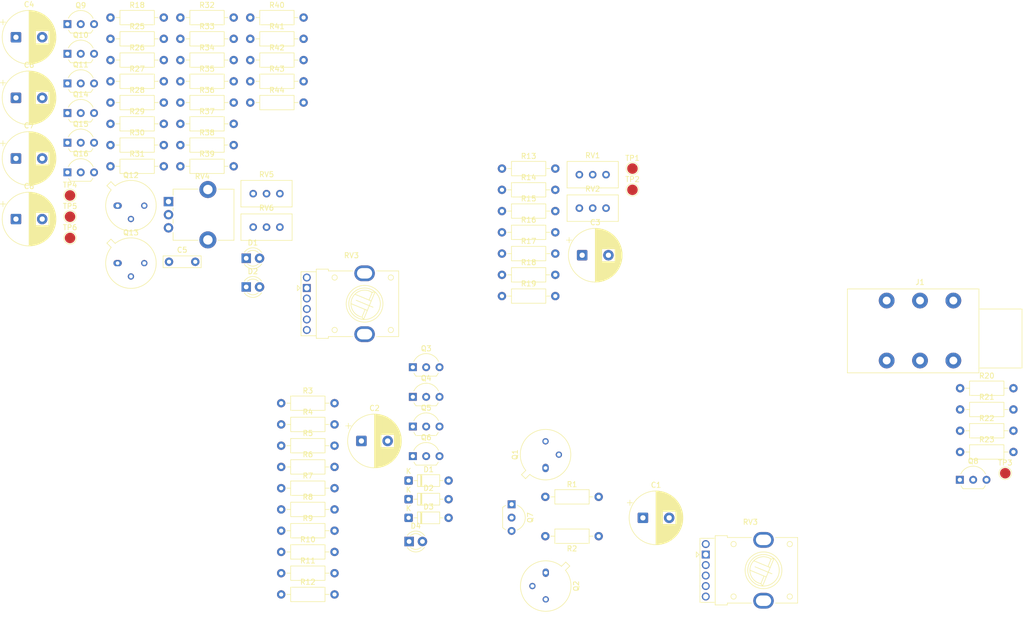
<source format=kicad_pcb>
(kicad_pcb (version 20241229) (generator "pcbnew") (generator_version "9.0")
  (layers (0 "F.Cu" signal) (2 "B.Cu" signal) (13 "F.Paste" user) (15 "B.Paste" user) (5 "F.SilkS" user "F.Silkscreen") (7 "B.SilkS" user "B.Silkscreen") (1 "F.Mask" user) (3 "B.Mask" user) (25 "Edge.Cuts" user))
  (net 0 "")
  (net 1 "out_L")
  (net 2 "Net-(C1-Pad1)")
  (net 3 "Net-(Q4-C)")
  (net 4 "GND")
  (net 5 "Net-(D1-K)")
  (net 6 "Net-(D1-A)")
  (net 7 "Net-(D2-K)")
  (net 8 "Net-(D3-K)")
  (net 9 "+12V")
  (net 10 "Net-(D4-K)")
  (net 11 "Net-(Q1-E)")
  (net 12 "Net-(Q1-C)")
  (net 13 "Net-(Q2-E)")
  (net 14 "Net-(Q2-C)")
  (net 15 "Net-(Q3-B)")
  (net 16 "Net-(Q3-C)")
  (net 17 "Net-(Q5-E)")
  (net 18 "Net-(Q5-B)")
  (net 19 "Net-(Q6-E)")
  (net 20 "Net-(Q6-C)")
  (net 21 "Net-(Q6-B)")
  (net 22 "Net-(Q8-C)")
  (net 23 "Net-(Q1-B)")
  (net 24 "Net-(Q2-B)")
  (net 25 "Net-(Q7-B)")
  (net 26 "Net-(R14-Pad2)")
  (net 27 "Net-(R15-Pad1)")
  (net 28 "Net-(R16-Pad1)")
  (net 29 "Net-(R17-Pad1)")
  (net 30 "Net-(R17-Pad2)")
  (net 33 "Net-(C6-Pad1)")
  (net 34 "Net-(Q8-B)")
  (net 35 "Net-(Q8-E)")
  (net 36 "Net-(Q11-B)")
  (net 43 "out_R")
  (net 44 "Net-(C7-Pad1)")
  (net 45 "Net-(Q15-C)")
  (net 47 "Net-(Q9-E)")
  (net 48 "Net-(Q9-C)")
  (net 49 "Net-(Q10-E)")
  (net 50 "Net-(Q10-B)")
  (net 51 "Net-(Q10-C)")
  (net 52 "Net-(Q11-E)")
  (net 53 "Net-(Q12-E)")
  (net 54 "Net-(Q12-C)")
  (net 55 "Net-(Q13-C)")
  (net 56 "Net-(Q13-E)")
  (net 57 "Net-(Q14-B)")
  (net 58 "Net-(Q14-C)")
  (net 59 "Net-(Q16-E)")
  (net 60 "Net-(Q16-B)")
  (net 61 "Net-(Q16-C)")
  (net 62 "Net-(R21-Pad2)")
  (net 63 "Net-(R26-Pad1)")
  (net 64 "Net-(R27-Pad2)")
  (net 65 "Net-(R28-Pad1)")
  (net 66 "Net-(R29-Pad2)")
  (net 67 "Net-(R30-Pad1)")
  (footprint "Resistor_THT:R_Axial_DIN0207_L6.3mm_D2.5mm_P10.16mm_Horizontal" (layer "F.Cu") (at 48.92 22.71)
    (property "Reference" "R33" (at 5.08 -2.37 0) (layer "F.SilkS"))
    (property "Value" "10")
    (pad "1" thru_hole circle (at 0 0) (size 1.6 1.6) (drill 0.8) (layers "*.Cu" "*.Mask") (net 9 "+12V"))
    (pad "2" thru_hole circle (at 10.16 0) (size 1.6 1.6) (drill 0.8) (layers "*.Cu" "*.Mask") (net 54 "Net-(Q12-C)"))
  )
  (footprint "Resistor_THT:R_Axial_DIN0207_L6.3mm_D2.5mm_P10.16mm_Horizontal" (layer "F.Cu") (at 197.4 93.35)
    (property "Reference" "R21" (at 5.08 -2.37 0) (layer "F.SilkS"))
    (property "Value" "100")
    (pad "1" thru_hole circle (at 0 0) (size 1.6 1.6) (drill 0.8) (layers "*.Cu" "*.Mask") (net 22 "Net-(Q8-C)"))
    (pad "2" thru_hole circle (at 10.16 0) (size 1.6 1.6) (drill 0.8) (layers "*.Cu" "*.Mask") (net 62 "Net-(R21-Pad2)"))
  )
  (footprint "Resistor_THT:R_Axial_DIN0207_L6.3mm_D2.5mm_P10.16mm_Horizontal" (layer "F.Cu") (at 68.12 100.25)
    (property "Reference" "R5" (at 5.08 -2.37 0) (layer "F.SilkS"))
    (property "Value" "2.2k")
    (pad "1" thru_hole circle (at 0 0) (size 1.6 1.6) (drill 0.8) (layers "*.Cu" "*.Mask") (net 9 "+12V"))
    (pad "2" thru_hole circle (at 10.16 0) (size 1.6 1.6) (drill 0.8) (layers "*.Cu" "*.Mask") (net 23 "Net-(Q1-B)"))
  )
  (footprint "Package_TO_SOT_THT:TO-92L_Inline_Wide" (layer "F.Cu") (at 112 111.42 -90)
    (property "Reference" "Q7" (at 2.54 -3.56 90) (layer "F.SilkS"))
    (property "Value" "BC548")
    (pad "1" thru_hole rect (at 0 0 270) (size 1.5 1.5) (drill 0.8) (layers "*.Cu" "*.Mask") (net 23 "Net-(Q1-B)"))
    (pad "2" thru_hole circle (at 2.54 0 270) (size 1.5 1.5) (drill 0.8) (layers "*.Cu" "*.Mask") (net 25 "Net-(Q7-B)"))
    (pad "3" thru_hole circle (at 5.08 0 270) (size 1.5 1.5) (drill 0.8) (layers "*.Cu" "*.Mask") (net 24 "Net-(Q2-B)"))
  )
  (footprint "Resistor_THT:R_Axial_DIN0207_L6.3mm_D2.5mm_P10.16mm_Horizontal" (layer "F.Cu") (at 110.16 59.59)
    (property "Reference" "R16" (at 5.08 -2.37 0) (layer "F.SilkS"))
    (property "Value" "10k")
    (pad "1" thru_hole circle (at 0 0) (size 1.6 1.6) (drill 0.8) (layers "*.Cu" "*.Mask") (net 28 "Net-(R16-Pad1)"))
    (pad "2" thru_hole circle (at 10.16 0) (size 1.6 1.6) (drill 0.8) (layers "*.Cu" "*.Mask") (net 4 "GND"))
  )
  (footprint "Package_TO_SOT_THT:TO-92L_Inline_Wide" (layer "F.Cu") (at 93.19 85.3)
    (property "Reference" "Q3" (at 2.54 -3.56 0) (layer "F.SilkS"))
    (property "Value" "BC548")
    (pad "1" thru_hole rect (at 0 0) (size 1.5 1.5) (drill 0.8) (layers "*.Cu" "*.Mask") (net 16 "Net-(Q3-C)"))
    (pad "2" thru_hole circle (at 2.54 0) (size 1.5 1.5) (drill 0.8) (layers "*.Cu" "*.Mask") (net 15 "Net-(Q3-B)"))
    (pad "3" thru_hole circle (at 5.08 0) (size 1.5 1.5) (drill 0.8) (layers "*.Cu" "*.Mask") (net 4 "GND"))
  )
  (footprint "Resistor_THT:R_Axial_DIN0207_L6.3mm_D2.5mm_P10.16mm_Horizontal" (layer "F.Cu") (at 68.12 124.55)
    (property "Reference" "R11" (at 5.08 -2.37 0) (layer "F.SilkS"))
    (property "Value" "1k")
    (pad "1" thru_hole circle (at 0 0) (size 1.6 1.6) (drill 0.8) (layers "*.Cu" "*.Mask") (net 19 "Net-(Q6-E)"))
    (pad "2" thru_hole circle (at 10.16 0) (size 1.6 1.6) (drill 0.8) (layers "*.Cu" "*.Mask") (net 4 "GND"))
  )
  (footprint "ProjectLib_Transient:Potentiometer_Bourns_PTV112-4_Dual_Vertical" (layer "F.Cu") (at 73 70.2)
    (property "Reference" "RV3" (at 8.5 -6.2 0) (layer "F.SilkS"))
    (property "Value" "68k")
    (pad "1" thru_hole rect (at 0 0 270) (size 1.5 1.5) (drill 1) (layers "*.Cu" "*.Mask"))
    (pad "2" thru_hole circle (at 0 -2 270) (size 1.5 1.5) (drill 1) (layers "*.Cu" "*.Mask"))
    (pad "3" thru_hole circle (at 0 8 270) (size 1.5 1.5) (drill 1) (layers "*.Cu" "*.Mask") (net 4 "GND"))
    (pad "4" thru_hole circle (at 0 2 270) (size 1.5 1.5) (drill 1) (layers "*.Cu" "*.Mask") (net 4 "GND"))
    (pad "5" thru_hole circle (at 0 4 270) (size 1.5 1.5) (drill 1) (layers "*.Cu" "*.Mask"))
    (pad "6" thru_hole circle (at 0 6 270) (size 1.5 1.5) (drill 1) (layers "*.Cu" "*.Mask"))
    (pad "SH1" thru_hole oval (at 11 -2.8 270) (size 3 3.9) (drill oval 2 2.9) (layers "*.Cu" "*.Mask") (net 4 "GND"))
    (pad "SH2" thru_hole oval (at 11 8.8 270) (size 3 3.9) (drill oval 2 2.9) (layers "*.Cu" "*.Mask") (net 4 "GND"))
  )
  (footprint "Resistor_THT:R_Axial_DIN0207_L6.3mm_D2.5mm_P10.16mm_Horizontal" (layer "F.Cu") (at 48.92 42.96)
    (property "Reference" "R38" (at 5.08 -2.37 0) (layer "F.SilkS"))
    (property "Value" "1k")
    (pad "1" thru_hole circle (at 0 0) (size 1.6 1.6) (drill 0.8) (layers "*.Cu" "*.Mask") (net 9 "+12V"))
    (pad "2" thru_hole circle (at 10.16 0) (size 1.6 1.6) (drill 0.8) (layers "*.Cu" "*.Mask") (net 58 "Net-(Q14-C)"))
  )
  (footprint "Resistor_THT:R_Axial_DIN0207_L6.3mm_D2.5mm_P10.16mm_Horizontal" (layer "F.Cu") (at 68.12 92.15)
    (property "Reference" "R3" (at 5.08 -2.37 0) (layer "F.SilkS"))
    (property "Value" "10")
    (pad "1" thru_hole circle (at 0 0) (size 1.6 1.6) (drill 0.8) (layers "*.Cu" "*.Mask") (net 9 "+12V"))
    (pad "2" thru_hole circle (at 10.16 0) (size 1.6 1.6) (drill 0.8) (layers "*.Cu" "*.Mask") (net 12 "Net-(Q1-C)"))
  )
  (footprint "Resistor_THT:R_Axial_DIN0207_L6.3mm_D2.5mm_P10.16mm_Horizontal" (layer "F.Cu") (at 110.16 63.64)
    (property "Reference" "R17" (at 5.08 -2.37 0) (layer "F.SilkS"))
    (property "Value" "3.3k")
    (pad "1" thru_hole circle (at 0 0) (size 1.6 1.6) (drill 0.8) (layers "*.Cu" "*.Mask") (net 29 "Net-(R17-Pad1)"))
    (pad "2" thru_hole circle (at 10.16 0) (size 1.6 1.6) (drill 0.8) (layers "*.Cu" "*.Mask") (net 30 "Net-(R17-Pad2)"))
  )
  (footprint "Package_TO_SOT_THT:TO-92L_Inline_Wide" (layer "F.Cu") (at 27.41 42.51)
    (property "Reference" "Q15" (at 2.54 -3.56 0) (layer "F.SilkS"))
    (property "Value" "BC557")
    (pad "1" thru_hole rect (at 0 0) (size 1.5 1.5) (drill 0.8) (layers "*.Cu" "*.Mask") (net 45 "Net-(Q15-C)"))
    (pad "2" thru_hole circle (at 2.54 0) (size 1.5 1.5) (drill 0.8) (layers "*.Cu" "*.Mask") (net 58 "Net-(Q14-C)"))
    (pad "3" thru_hole circle (at 5.08 0) (size 1.5 1.5) (drill 0.8) (layers "*.Cu" "*.Mask") (net 9 "+12V"))
  )
  (footprint "Capacitor_THT:CP_Radial_D10.0mm_P5.00mm" (layer "F.Cu") (at 17.614646 45.51)
    (property "Reference" "C7" (at 2.5 -6.25 0) (layer "F.SilkS"))
    (property "Value" "220µ")
    (pad "1" thru_hole roundrect (at 0 0) (size 2 2) (drill 1) (layers "*.Cu" "*.Mask") (roundrect_rratio 0.125) (net 44 "Net-(C7-Pad1)"))
    (pad "2" thru_hole circle (at 5 0) (size 2 2) (drill 1) (layers "*.Cu" "*.Mask") (net 43 "out_R"))
  )
  (footprint "Package_TO_SOT_THT:TO-92L_Inline_Wide" (layer "F.Cu") (at 93.19 90.95)
    (property "Reference" "Q4" (at 2.54 -3.56 0) (layer "F.SilkS"))
    (property "Value" "BC557")
    (pad "1" thru_hole rect (at 0 0) (size 1.5 1.5) (drill 0.8) (layers "*.Cu" "*.Mask") (net 3 "Net-(Q4-C)"))
    (pad "2" thru_hole circle (at 2.54 0) (size 1.5 1.5) (drill 0.8) (layers "*.Cu" "*.Mask") (net 16 "Net-(Q3-C)"))
    (pad "3" thru_hole circle (at 5.08 0) (size 1.5 1.5) (drill 0.8) (layers "*.Cu" "*.Mask") (net 9 "+12V"))
  )
  (footprint "TestPoint:TestPoint_Pad_D2.0mm" (layer "F.Cu") (at 135.01 51.49)
    (property "Reference" "TP2" (at 0 -1.998 0) (layer "F.SilkS"))
    (property "Value" "TestPoint")
    (pad "1" smd circle (at 0 0) (size 2 2) (layers "F.Cu" "F.Mask") (net 24 "Net-(Q2-B)"))
  )
  (footprint "LED_THT:LED_D3.0mm" (layer "F.Cu") (at 61.46 64.53)
    (property "Reference" "D1" (at 1.27 -2.96 0) (layer "F.SilkS"))
    (property "Value" "Green")
    (pad "1" thru_hole rect (at 0 0) (size 1.8 1.8) (drill 0.9) (layers "*.Cu" "*.Mask") (net 4 "GND"))
    (pad "2" thru_hole circle (at 2.54 0) (size 1.8 1.8) (drill 0.9) (layers "*.Cu" "*.Mask") (net 6 "Net-(D1-A)"))
  )
  (footprint "Resistor_THT:R_Axial_DIN0207_L6.3mm_D2.5mm_P10.16mm_Horizontal" (layer "F.Cu") (at 128.58 117.5 180)
    (property "Reference" "R2" (at 5.08 -2.37 0) (layer "F.SilkS"))
    (property "Value" "4.7")
    (pad "1" thru_hole circle (at 0 0 180) (size 1.6 1.6) (drill 0.8) (layers "*.Cu" "*.Mask") (net 2 "Net-(C1-Pad1)"))
    (pad "2" thru_hole circle (at 10.16 0 180) (size 1.6 1.6) (drill 0.8) (layers "*.Cu" "*.Mask") (net 13 "Net-(Q2-E)"))
  )
  (footprint "Resistor_THT:R_Axial_DIN0207_L6.3mm_D2.5mm_P10.16mm_Horizontal" (layer "F.Cu") (at 62.23 30.81)
    (property "Reference" "R43" (at 5.08 -2.37 0) (layer "F.SilkS"))
    (property "Value" "3.3k")
    (pad "1" thru_hole circle (at 0 0) (size 1.6 1.6) (drill 0.8) (layers "*.Cu" "*.Mask") (net 43 "out_R"))
    (pad "2" thru_hole circle (at 10.16 0) (size 1.6 1.6) (drill 0.8) (layers "*.Cu" "*.Mask") (net 4 "GND"))
  )
  (footprint "Resistor_THT:R_Axial_DIN0207_L6.3mm_D2.5mm_P10.16mm_Horizontal" (layer "F.Cu") (at 110.16 55.54)
    (property "Reference" "R15" (at 5.08 -2.37 0) (layer "F.SilkS"))
    (property "Value" "680")
    (pad "1" thru_hole circle (at 0 0) (size 1.6 1.6) (drill 0.8) (layers "*.Cu" "*.Mask") (net 27 "Net-(R15-Pad1)"))
    (pad "2" thru_hole circle (at 10.16 0) (size 1.6 1.6) (drill 0.8) (layers "*.Cu" "*.Mask") (net 24 "Net-(Q2-B)"))
  )
  (footprint "LED_THT:LED_D3.0mm" (layer "F.Cu") (at 61.46 70)
    (property "Reference" "D2" (at 1.27 -2.96 0) (layer "F.SilkS"))
    (property "Value" "Red")
    (pad "1" thru_hole rect (at 0 0) (size 1.8 1.8) (drill 0.9) (layers "*.Cu" "*.Mask") (net 7 "Net-(D2-K)"))
    (pad "2" thru_hole circle (at 2.54 0) (size 1.8 1.8) (drill 0.9) (layers "*.Cu" "*.Mask") (net 9 "+12V"))
  )
  (footprint "Capacitor_THT:CP_Radial_D10.0mm_P5.00mm" (layer "F.Cu") (at 17.614646 33.96)
    (property "Reference" "C6" (at 2.5 -6.25 0) (layer "F.SilkS"))
    (property "Value" "220µ")
    (pad "1" thru_hole roundrect (at 0 0) (size 2 2) (drill 1) (layers "*.Cu" "*.Mask") (roundrect_rratio 0.125) (net 33 "Net-(C6-Pad1)"))
    (pad "2" thru_hole circle (at 5 0) (size 2 2) (drill 1) (layers "*.Cu" "*.Mask") (net 36 "Net-(Q11-B)"))
  )
  (footprint "Package_TO_SOT_THT:TO-92L_Inline_Wide" (layer "F.Cu") (at 27.41 31.21)
    (property "Reference" "Q11" (at 2.54 -3.56 0) (layer "F.SilkS"))
    (property "Value" "BC548")
    (pad "1" thru_hole rect (at 0 0) (size 1.5 1.5) (drill 0.8) (layers "*.Cu" "*.Mask") (net 49 "Net-(Q10-E)"))
    (pad "2" thru_hole circle (at 2.54 0) (size 1.5 1.5) (drill 0.8) (layers "*.Cu" "*.Mask") (net 36 "Net-(Q11-B)"))
    (pad "3" thru_hole circle (at 5.08 0) (size 1.5 1.5) (drill 0.8) (layers "*.Cu" "*.Mask") (net 52 "Net-(Q11-E)"))
  )
  (footprint "Package_TO_SOT_THT:TO-92L_Inline_Wide" (layer "F.Cu") (at 197.35 106.75)
    (property "Reference" "Q8" (at 2.54 -3.56 0) (layer "F.SilkS"))
    (property "Value" "BC557")
    (pad "1" thru_hole rect (at 0 0) (size 1.5 1.5) (drill 0.8) (layers "*.Cu" "*.Mask") (net 22 "Net-(Q8-C)"))
    (pad "2" thru_hole circle (at 2.54 0) (size 1.5 1.5) (drill 0.8) (layers "*.Cu" "*.Mask") (net 34 "Net-(Q8-B)"))
    (pad "3" thru_hole circle (at 5.08 0) (size 1.5 1.5) (drill 0.8) (layers "*.Cu" "*.Mask") (net 35 "Net-(Q8-E)"))
  )
  (footprint "Resistor_THT:R_Axial_DIN0207_L6.3mm_D2.5mm_P10.16mm_Horizontal" (layer "F.Cu") (at 118.42 110)
    (property "Reference" "R1" (at 5.08 -2.37 0) (layer "F.SilkS"))
    (property "Value" "4.7")
    (pad "1" thru_hole circle (at 0 0) (size 1.6 1.6) (drill 0.8) (layers "*.Cu" "*.Mask") (net 11 "Net-(Q1-E)"))
    (pad "2" thru_hole circle (at 10.16 0) (size 1.6 1.6) (drill 0.8) (layers "*.Cu" "*.Mask") (net 2 "Net-(C1-Pad1)"))
  )
  (footprint "Resistor_THT:R_Axial_DIN0207_L6.3mm_D2.5mm_P10.16mm_Horizontal" (layer "F.Cu") (at 35.61 18.66)
    (property "Reference" "R18" (at 5.08 -2.37 0) (layer "F.SilkS"))
    (property "Value" "470")
    (pad "1" thru_hole circle (at 0 0) (size 1.6 1.6) (drill 0.8) (layers "*.Cu" "*.Mask") (net 47 "Net-(Q9-E)"))
    (pad "2" thru_hole circle (at 10.16 0) (size 1.6 1.6) (drill 0.8) (layers "*.Cu" "*.Mask") (net 9 "+12V"))
  )
  (footprint "Resistor_THT:R_Axial_DIN0207_L6.3mm_D2.5mm_P10.16mm_Horizontal" (layer "F.Cu") (at 110.16 67.69)
    (property "Reference" "R18" (at 5.08 -2.37 0) (layer "F.SilkS"))
    (property "Value" "33k")
    (pad "1" thru_hole circle (at 0 0) (size 1.6 1.6) (drill 0.8) (layers "*.Cu" "*.Mask") (net 28 "Net-(R16-Pad1)"))
    (pad "2" thru_hole circle (at 10.16 0) (size 1.6 1.6) (drill 0.8) (layers "*.Cu" "*.Mask") (net 4 "GND"))
  )
  (footprint "Potentiometer_THT:Potentiometer_Bourns_3296W_Vertical" (layer "F.Cu") (at 129.98 48.6)
    (property "Reference" "RV1" (at -2.54 -3.66 0) (layer "F.SilkS"))
    (property "Value" "1k")
    (pad "1" thru_hole circle (at 0 0) (size 1.44 1.44) (drill 0.8) (layers "*.Cu" "*.Mask") (net 26 "Net-(R14-Pad2)"))
    (pad "2" thru_hole circle (at -2.54 0) (size 1.44 1.44) (drill 0.8) (layers "*.Cu" "*.Mask") (net 25 "Net-(Q7-B)"))
    (pad "3" thru_hole circle (at -5.08 0) (size 1.44 1.44) (drill 0.8) (layers "*.Cu" "*.Mask") (net 27 "Net-(R15-Pad1)"))
  )
  (footprint "Resistor_THT:R_Axial_DIN0207_L6.3mm_D2.5mm_P10.16mm_Horizontal" (layer "F.Cu") (at 68.12 116.45)
    (property "Reference" "R9" (at 5.08 -2.37 0) (layer "F.SilkS"))
    (property "Value" "1k")
    (pad "1" thru_hole circle (at 0 0) (size 1.6 1.6) (drill 0.8) (layers "*.Cu" "*.Mask") (net 3 "Net-(Q4-C)"))
    (pad "2" thru_hole circle (at 10.16 0) (size 1.6 1.6) (drill 0.8) (layers "*.Cu" "*.Mask") (net 4 "GND"))
  )
  (footprint "Resistor_THT:R_Axial_DIN0207_L6.3mm_D2.5mm_P10.16mm_Horizontal" (layer "F.Cu") (at 68.12 128.6)
    (property "Reference" "R12" (at 5.08 -2.37 0) (layer "F.SilkS"))
    (property "Value" "1k")
    (pad "1" thru_hole circle (at 0 0) (size 1.6 1.6) (drill 0.8) (layers "*.Cu" "*.Mask") (net 10 "Net-(D4-K)"))
    (pad "2" thru_hole circle (at 10.16 0) (size 1.6 1.6) (drill 0.8) (layers "*.Cu" "*.Mask") (net 20 "Net-(Q6-C)"))
  )
  (footprint "TestPoint:TestPoint_Pad_D2.0mm" (layer "F.Cu") (at 27.91 56.61)
    (property "Reference" "TP5" (at 0 -1.998 0) (layer "F.SilkS"))
    (property "Value" "TestPoint")
    (pad "1" smd circle (at 0 0) (size 2 2) (layers "F.Cu" "F.Mask") (net 49 "Net-(Q10-E)"))
  )
  (footprint "Resistor_THT:R_Axial_DIN0207_L6.3mm_D2.5mm_P10.16mm_Horizontal" (layer "F.Cu") (at 62.23 26.76)
    (property "Reference" "R42" (at 5.08 -2.37 0) (layer "F.SilkS"))
    (property "Value" "1k")
    (pad "1" thru_hole circle (at 0 0) (size 1.6 1.6) (drill 0.8) (layers "*.Cu" "*.Mask") (net 59 "Net-(Q16-E)"))
    (pad "2" thru_hole circle (at 10.16 0) (size 1.6 1.6) (drill 0.8) (layers "*.Cu" "*.Mask") (net 4 "GND"))
  )
  (footprint "Resistor_THT:R_Axial_DIN0207_L6.3mm_D2.5mm_P10.16mm_Horizontal" (layer "F.Cu") (at 62.23 18.66)
    (property "Reference" "R40" (at 5.08 -2.37 0) (layer "F.SilkS"))
    (property "Value" "1k")
    (pad "1" thru_hole circle (at 0 0) (size 1.6 1.6) (drill 0.8) (layers "*.Cu" "*.Mask") (net 45 "Net-(Q15-C)"))
    (pad "2" thru_hole circle (at 10.16 0) (size 1.6 1.6) (drill 0.8) (layers "*.Cu" "*.Mask") (net 60 "Net-(Q16-B)"))
  )
  (footprint "TestPoint:TestPoint_Pad_D2.0mm" (layer "F.Cu") (at 135.01 47.44)
    (property "Reference" "TP1" (at 0 -1.998 0) (layer "F.SilkS"))
    (property "Value" "TestPoint")
    (pad "1" smd circle (at 0 0) (size 2 2) (layers "F.Cu" "F.Mask") (net 23 "Net-(Q1-B)"))
  )
  (footprint "LED_THT:LED_D3.0mm" (layer "F.Cu") (at 92.48 118.51)
    (property "Reference" "D4" (at 1.27 -2.96 0) (layer "F.SilkS"))
    (property "Value" "Red")
    (pad "1" thru_hole rect (at 0 0) (size 1.8 1.8) (drill 0.9) (layers "*.Cu" "*.Mask") (net 10 "Net-(D4-K)"))
    (pad "2" thru_hole circle (at 2.54 0) (size 1.8 1.8) (drill 0.9) (layers "*.Cu" "*.Mask") (net 9 "+12V"))
  )
  (footprint "Resistor_THT:R_Axial_DIN0207_L6.3mm_D2.5mm_P10.16mm_Horizontal" (layer "F.Cu") (at 110.16 51.49)
    (property "Reference" "R14" (at 5.08 -2.37 0) (layer "F.SilkS"))
    (property "Value" "1.5k")
    (pad "1" thru_hole circle (at 0 0) (size 1.6 1.6) (drill 0.8) (layers "*.Cu" "*.Mask") (net 23 "Net-(Q1-B)"))
    (pad "2" thru_hole circle (at 10.16 0) (size 1.6 1.6) (drill 0.8) (layers "*.Cu" "*.Mask") (net 26 "Net-(R14-Pad2)"))
  )
  (footprint "Resistor_THT:R_Axial_DIN0207_L6.3mm_D2.5mm_P10.16mm_Horizontal" (layer "F.Cu") (at 35.61 30.81)
    (property "Reference" "R27" (at 5.08 -2.37 0) (layer "F.SilkS"))
    (property "Value" "3.3k")
    (pad "1" thru_hole circle (at 0 0) (size 1.6 1.6) (drill 0.8) (layers "*.Cu" "*.Mask") (net 63 "Net-(R26-Pad1)"))
    (pad "2" thru_hole circle (at 10.16 0) (size 1.6 1.6) (drill 0.8) (layers "*.Cu" "*.Mask") (net 64 "Net-(R27-Pad2)"))
  )
  (footprint "Package_TO_SOT_THT:TO-39-3" (layer "F.Cu") (at 36.97 54.51)
    (property "Reference" "Q12" (at 2.54 -5.81 0) (layer "F.SilkS"))
    (property "Value" "BC140")
    (pad "1" thru_hole oval (at 0 0) (size 1.6 1.2) (drill 0.7) (layers "*.Cu" "*.Mask") (net 53 "Net-(Q12-E)"))
    (pad "2" thru_hole circle (at 2.54 2.54) (size 1.2 1.2) (drill 0.7) (layers "*.Cu" "*.Mask") (net 51 "Net-(Q10-C)"))
    (pad "3" thru_hole circle (at 5.08 0) (size 1.2 1.2) (drill 0.7) (layers "*.Cu" "*.Mask") (net 54 "Net-(Q12-C)"))
  )
  (footprint "Resistor_THT:R_Axial_DIN0207_L6.3mm_D2.5mm_P10.16mm_Horizontal" (layer "F.Cu") (at 48.92 18.66)
    (property "Reference" "R32" (at 5.08 -2.37 0) (layer "F.SilkS"))
    (property "Value" "470")
    (pad "1" thru_hole circle (at 0 0) (size 1.6 1.6) (drill 0.8) (layers "*.Cu" "*.Mask") (net 52 "Net-(Q11-E)"))
    (pad "2" thru_hole circle (at 10.16 0) (size 1.6 1.6) (drill 0.8) (layers "*.Cu" "*.Mask") (net 4 "GND"))
  )
  (footprint "Resistor_THT:R_Axial_DIN0207_L6.3mm_D2.5mm_P10.16mm_Horizontal" (layer "F.Cu") (at 197.4 101.45)
    (property "Reference" "R23" (at 5.08 -2.37 0) (layer "F.SilkS"))
    (property "Value" "470")
    (pad "1" thru_hole circle (at 0 0) (size 1.6 1.6) (drill 0.8) (layers "*.Cu" "*.Mask") (net 34 "Net-(Q8-B)"))
    (pad "2" thru_hole circle (at 10.16 0) (size 1.6 1.6) (drill 0.8) (layers "*.Cu" "*.Mask") (net 4 "GND"))
  )
  (footprint "Diode_THT:D_DO-35_SOD27_P7.62mm_Horizontal" (layer "F.Cu") (at 92.38 106.9)
    (property "Reference" "D1" (at 3.81 -2.12 0) (layer "F.SilkS"))
    (property "Value" "1N4148")
    (fp_text user "K" (at 0 -1.8 0) (layer "F.SilkS"))
    (pad "1" thru_hole roundrect (at 0 0) (size 1.6 1.6) (drill 0.8) (layers "*.Cu" "*.Mask") (roundrect_rratio 0.15625) (net 5 "Net-(D1-K)"))
    (pad "2" thru_hole circle (at 7.62 0) (size 1.6 1.6) (drill 0.8) (layers "*.Cu" "*.Mask") (net 6 "Net-(D1-A)"))
  )
  (footprint "Capacitor_THT:CP_Radial_D10.0mm_P5.00mm" (layer "F.Cu") (at 125.434646 63.95)
    (property "Reference" "C3" (at 2.5 -6.25 0) (layer "F.SilkS"))
    (property "Value" "220µ")
    (pad "1" thru_hole roundrect (at 0 0) (size 2 2) (drill 1) (layers "*.Cu" "*.Mask") (roundrect_rratio 0.125) (net 22 "Net-(Q8-C)"))
    (pad "2" thru_hole circle (at 5 0) (size 2 2) (drill 1) (layers "*.Cu" "*.Mask") (net 18 "Net-(Q5-B)"))
  )
  (footprint "TestPoint:TestPoint_Pad_D2.0mm" (layer "F.Cu") (at 27.91 60.66)
    (property "Reference" "TP6" (at 0 -1.998 0) (layer "F.SilkS"))
    (property "Value" "TestPoint")
    (pad "1" smd circle (at 0 0) (size 2 2) (layers "F.Cu" "F.Mask") (net 36 "Net-(Q11-B)"))
  )
  (footprint "Resistor_THT:R_Axial_DIN0207_L6.3mm_D2.5mm_P10.16mm_Horizontal" (layer "F.Cu") (at 48.92 38.91)
    (property "Reference" "R37" (at 5.08 -2.37 0) (layer "F.SilkS"))
    (property "Value" "1k")
    (pad "1" thru_hole circle (at 0 0) (size 1.6 1.6) (drill 0.8) (layers "*.Cu" "*.Mask") (net 55 "Net-(Q13-C)"))
    (pad "2" thru_hole circle (at 10.16 0) (size 1.6 1.6) (drill 0.8) (layers "*.Cu" "*.Mask") (net 57 "Net-(Q14-B)"))
  )
  (footprint "Resistor_THT:R_Axial_DIN0207_L6.3mm_D2.5mm_P10.16mm_Horizontal" (layer "F.Cu") (at 197.4 97.4)
    (property "Reference" "R22" (at 5.08 -2.37 0) (layer "F.SilkS"))
    (property "Value" "470")
    (pad "1" thru_hole circle (at 0 0) (size 1.6 1.6) (drill 0.8) (layers "*.Cu" "*.Mask") (net 9 "+12V"))
    (pad "2" thru_hole circle (at 10.16 0) (size 1.6 1.6) (drill 0.8) (layers "*.Cu" "*.Mask") (net 34 "Net-(Q8-B)"))
  )
  (footprint "Package_TO_SOT_THT:TO-92L_Inline_Wide" (layer "F.Cu") (at 93.19 102.25)
    (property "Reference" "Q6" (at 2.54 -3.56 0) (layer "F.SilkS"))
    (property "Value" "BC548")
    (pad "1" thru_hole rect (at 0 0) (size 1.5 1.5) (drill 0.8) (layers "*.Cu" "*.Mask") (net 20 "Net-(Q6-C)"))
    (pad "2" thru_hole circle (at 2.54 0) (size 1.5 1.5) (drill 0.8) (layers "*.Cu" "*.Mask") (net 21 "Net-(Q6-B)"))
    (pad "3" thru_hole circle (at 5.08 0) (size 1.5 1.5) (drill 0.8) (layers "*.Cu" "*.Mask") (net 19 "Net-(Q6-E)"))
  )
  (footprint "Resistor_THT:R_Axial_DIN0207_L6.3mm_D2.5mm_P10.16mm_Horizontal" (layer "F.Cu") (at 110.16 71.74)
    (property "Reference" "R19" (at 5.08 -2.37 0) (layer "F.SilkS"))
    (property "Value" "68k")
    (pad "1" thru_hole circle (at 0 0) (size 1.6 1.6) (drill 0.8) (layers "*.Cu" "*.Mask") (net 29 "Net-(R17-Pad1)"))
    (pad "2" thru_hole circle (at 10.16 0) (size 1.6 1.6) (drill 0.8) (layers "*.Cu" "*.Mask") (net 9 "+12V"))
  )
  (footprint "Potentiometer_THT:Potentiometer_Bourns_3296W_Vertical" (layer "F.Cu") (at 129.98 54.98)
    (property "Reference" "RV2" (at -2.54 -3.66 0) (layer "F.SilkS"))
    (property "Value" "4.7k")
    (pad "1" thru_hole circle (at 0 0) (size 1.44 1.44) (drill 0.8) (layers "*.Cu" "*.Mask") (net 30 "Net-(R17-Pad2)"))
    (pad "2" thru_hole circle (at -2.54 0) (size 1.44 1.44) (drill 0.8) (layers "*.Cu" "*.Mask") (net 18 "Net-(Q5-B)"))
    (pad "3" thru_hole circle (at -5.08 0) (size 1.44 1.44) (drill 0.8) (layers "*.Cu" "*.Mask") (net 28 "Net-(R16-Pad1)"))
  )
  (footprint "Resistor_THT:R_Axial_DIN0207_L6.3mm_D2.5mm_P10.16mm_Horizontal" (layer "F.Cu") (at 197.4 89.3)
    (property "Reference" "R20" (at 5.08 -2.37 0) (layer "F.SilkS"))
    (property "Value" "470")
    (pad "1" thru_hole circle (at 0 0) (size 1.6 1.6) (drill 0.8) (layers "*.Cu" "*.Mask") (net 9 "+12V"))
    (pad "2" thru_hole circle (at 10.16 0) (size 1.6 1.6) (drill 0.8) (layers "*.Cu" "*.Mask") (net 35 "Net-(Q8-E)"))
  )
  (footprint "Resistor_THT:R_Axial_DIN0207_L6.3mm_D2.5mm_P10.16mm_Horizontal" (layer "F.Cu") (at 48.92 26.76)
    (property "Reference" "R34" (at 5.08 -2.37 0) (layer "F.SilkS"))
    (property "Value" "4.7")
    (pad "1" thru_hole circle (at 0 0) (size 1.6 1.6) (drill 0.8) (layers "*.Cu" "*.Mask") (net 53 "Net-(Q12-E)"))
    (pad "2" thru_hole circle (at 10.16 0) (size 1.6 1.6) (drill 0.8) (layers "*.Cu" "*.Mask") (net 44 "Net-(C7-Pad1)"))
  )
  (footprint "Capacitor_THT:CP_Radial_D10.0mm_P5.00mm" (layer "F.Cu") (at 137 114)
    (property "Reference" "C1" (at 2.5 -6.25 0) (layer "F.SilkS"))
    (property "Value" "220µ")
    (pad "1" thru_hole roundrect (at 0 0) (size 2 2) (drill 1) (layers "*.Cu" "*.Mask") (roundrect_rratio 0.125) (net 2 "Net-(C1-Pad1)"))
    (pad "2" thru_hole circle (at 5 0) (size 2 2) (drill 1) (layers "*.Cu" "*.Mask") (net 1 "out_L"))
  )
  (footprint "Package_TO_SOT_THT:TO-39-3" (layer "F.Cu") (at 36.97 65.46)
    (property "Reference" "Q13" (at 2.54 -5.81 0) (layer "F.SilkS"))
    (property "Value" "BC160")
    (pad "1" thru_hole oval (at 0 0) (size 1.6 1.2) (drill 0.7) (layers "*.Cu" "*.Mask") (net 56 "Net-(Q13-E)"))
    (pad "2" thru_hole circle (at 2.54 2.54) (size 1.2 1.2) (drill 0.7) (layers "*.Cu" "*.Mask") (net 49 "Net-(Q10-E)"))
    (pad "3" thru_hole circle (at 5.08 0) (size 1.2 1.2) (drill 0.7) (layers "*.Cu" "*.Mask") (net 55 "Net-(Q13-C)"))
  )
  (footprint "Resistor_THT:R_Axial_DIN0207_L6.3mm_D2.5mm_P10.16mm_Horizontal" (layer "F.Cu") (at 48.92 30.81)
    (property "Reference" "R35" (at 5.08 -2.37 0) (layer "F.SilkS"))
    (property "Value" "4.7")
    (pad "1" thru_hole circle (at 0 0) (size 1.6 1.6) (drill 0.8) (layers "*.Cu" "*.Mask") (net 44 "Net-(C7-Pad1)"))
    (pad "2" thru_hole circle (at 10.16 0) (size 1.6 1.6) (drill 0.8) (layers "*.Cu" "*.Mask") (net 56 "Net-(Q13-E)"))
  )
  (footprint "Resistor_THT:R_Axial_DIN0207_L6.3mm_D2.5mm_P10.16mm_Horizontal" (layer "F.Cu") (at 35.61 26.76)
    (property "Reference" "R26" (at 5.08 -2.37 0) (layer "F.SilkS"))
    (property "Value" "68k")
    (pad "1" thru_hole circle (at 0 0) (size 1.6 1.6) (drill 0.8) (layers "*.Cu" "*.Mask") (net 63 "Net-(R26-Pad1)"))
    (pad "2" thru_hole circle (at 10.16 0) (size 1.6 1.6) (drill 0.8) (layers "*.Cu" "*.Mask") (net 9 "+12V"))
  )
  (footprint "Resistor_THT:R_Axial_DIN0207_L6.3mm_D2.5mm_P10.16mm_Horizontal" (layer "F.Cu") (at 48.92 34.86)
    (property "Reference" "R36" (at 5.08 -2.37 0) (layer "F.SilkS"))
    (property "Value" "22")
    (pad "1" thru_hole circle (at 0 0) (size 1.6 1.6) (drill 0.8) (layers "*.Cu" "*.Mask") (net 55 "Net-(Q13-C)"))
    (pad "2" thru_hole circle (at 10.16 0) (size 1.6 1.6) (drill 0.8) (layers "*.Cu" "*.Mask") (net 4 "GND"))
  )
  (footprint "Resistor_THT:R_Axial_DIN0207_L6.3mm_D2.5mm_P10.16mm_Horizontal" (layer "F.Cu") (at 110.16 47.44)
    (property "Reference" "R13" (at 5.08 -2.37 0) (layer "F.SilkS"))
    (property "Value" "3.3k")
    (pad "1" thru_hole circle (at 0 0) (size 1.6 1.6) (drill 0.8) (layers "*.Cu" "*.Mask") (net 1 "out_L"))
    (pad "2" thru_hole circle (at 10.16 0) (size 1.6 1.6) (drill 0.8) (layers "*.Cu" "*.Mask") (net 4 "GND"))
  )
  (footprint "Capacitor_THT:CP_Radial_D10.0mm_P5.00mm" (layer "F.Cu") (at 17.614646 22.41)
    (property "Reference" "C4" (at 2.5 -6.25 0) (layer "F.SilkS"))
    (property "Value" "220µ")
    (pad "1" thru_hole roundrect (at 0 0) (size 2 2) (drill 1) (layers "*.Cu" "*.Mask") (roundrect_rratio 0.125) (net 9 "+12V"))
    (pad "2" thru_hole circle (at 5 0) (size 2 2) (drill 1) (layers "*.Cu" "*.Mask") (net 4 "GND"))
  )
  (footprint "Capacitor_THT:CP_Radial_D10.0mm_P5.00mm" (layer "F.Cu") (at 17.614646 57.06)
    (property "Reference" "C8" (at 2.5 -6.25 0) (layer "F.SilkS"))
    (property "Value" "100µ")
    (pad "1" thru_hole roundrect (at 0 0) (size 2 2) (drill 1) (layers "*.Cu" "*.Mask") (roundrect_rratio 0.125) (net 45 "Net-(Q15-C)"))
    (pad "2" thru_hole circle (at 5 0) (size 2 2) (drill 1) (layers "*.Cu" "*.Mask") (net 4 "GND"))
  )
  (footprint "Resistor_THT:R_Axial_DIN0207_L6.3mm_D2.5mm_P10.16mm_Horizontal" (layer "F.Cu") (at 35.61 34.86)
    (property "Reference" "R28" (at 5.08 -2.37 0) (layer "F.SilkS"))
    (property "Value" "10k")
    (pad "1" thru_hole circle (at 0 0) (size 1.6 1.6) (drill 0.8) (layers "*.Cu" "*.Mask") (net 65 "Net-(R28-Pad1)"))
    (pad "2" thru_hole circle (at 10.16 0) (size 1.6 1.6) (drill 0.8) (layers "*.Cu" "*.Mask") (net 4 "GND"))
  )
  (footprint "TestPoint:TestPoint_Pad_D2.0mm" (layer "F.Cu") (at 206 105.5)
    (property "Reference" "TP3" (at 0 -1.998 0) (layer "F.SilkS"))
    (property "Value" "TestPoint")
    (pad "1" smd circle (at 0 0) (size 2 2) (layers "F.Cu" "F.Mask") (net 18 "Net-(Q5-B)"))
  )
  (footprint "Resistor_THT:R_Axial_DIN0207_L6.3mm_D2.5mm_P10.16mm_Horizontal" (layer "F.Cu") (at 35.61 38.91)
    (property "Reference" "R29" (at 5.08 -2.37 0) (layer "F.SilkS"))
    (property "Value" "1.5k")
    (pad "1" thru_hole circle (at 0 0) (size 1.6 1.6) (drill 0.8) (layers "*.Cu" "*.Mask") (net 51 "Net-(Q10-C)"))
    (pad "2" thru_hole circle (at 10.16 0) (size 1.6 1.6) (drill 0.8) (layers "*.Cu" "*.Mask") (net 66 "Net-(R29-Pad2)"))
  )
  (footprint "Potentiometer_THT:Potentiometer_Bourns_3296W_Vertical" (layer "F.Cu") (at 67.87 52.22)
    (property "Reference" "RV5" (at -2.54 -3.66 0) (layer "F.SilkS"))
    (property "Value" "4.7k")
    (pad "1" thru_hole circle (at 0 0) (size 1.44 1.44) (drill 0.8) (layers "*.Cu" "*.Mask") (net 64 "Net-(R27-Pad2)"))
    (pad "2" thru_hole circle (at -2.54 0) (size 1.44 1.44) (drill 0.8) (layers "*.Cu" "*.Mask") (net 36 "Net-(Q11-B)"))
    (pad "3" thru_hole circle (at -5.08 0) (size 1.44 1.44) (drill 0.8) (layers "*.Cu" "*.Mask") (net 65 "Net-(R28-Pad1)"))
  )
  (footprint "Diode_THT:D_DO-35_SOD27_P7.62mm_Horizontal" (layer "F.Cu") (at 92.38 110.45)
    (property "Reference" "D2" (at 3.81 -2.12 0) (layer "F.SilkS"))
    (property "Value" "1N4148")
    (fp_text user "K" (at 0 -1.8 0) (layer "F.SilkS"))
    (pad "1" thru_hole roundrect (at 0 0) (size 1.6 1.6) (drill 0.8) (layers "*.Cu" "*.Mask") (roundrect_rratio 0.15625) (net 7 "Net-(D2-K)"))
    (pad "2" thru_hole circle (at 7.62 0) (size 1.6 1.6) (drill 0.8) (layers "*.Cu" "*.Mask") (net 5 "Net-(D1-K)"))
  )
  (footprint "Resistor_THT:R_Axial_DIN0207_L6.3mm_D2.5mm_P10.16mm_Horizontal" (layer "F.Cu") (at 68.12 104.3)
    (property "Reference" "R6" (at 5.08 -2.37 0) (layer "F.SilkS"))
    (property "Value" "1k")
    (pad "1" thru_hole circle (at 0 0) (size 1.6 1.6) (drill 0.8) (layers "*.Cu" "*.Mask") (net 14 "Net-(Q2-C)"))
    (pad "2" thru_hole circle (at 10.16 0) (size 1.6 1.6) (drill 0.8) (layers "*.Cu" "*.Mask") (net 15 "Net-(Q3-B)"))
  )
  (footprint "Resistor_THT:R_Axial_DIN0207_L6.3mm_D2.5mm_P10.16mm_Horizontal" (layer "F.Cu") (at 62.23 22.71)
    (property "Reference" "R41" (at 5.08 -2.37 0) (layer "F.SilkS"))
    (property "Value" "1k")
    (pad "1" thru_hole circle (at 0 0) (size 1.6 1.6) (drill 0.8) (layers "*.Cu" "*.Mask") (net 7 "Net-(D2-K)"))
    (pad "2" thru_hole circle (at 10.16 0) (size 1.6 1.6) (drill 0.8) (layers "*.Cu" "*.Mask") (net 61 "Net-(Q16-C)"))
  )
  (footprint "Package_TO_SOT_THT:TO-92L_Inline_Wide" (layer "F.Cu") (at 27.41 25.56)
    (property "Reference" "Q10" (at 2.54 -3.56 0) (layer "F.SilkS"))
    (property "Value" "BC548")
    (pad "1" thru_hole rect (at 0 0) (size 1.5 1.5) (drill 0.8) (layers "*.Cu" "*.Mask") (net 51 "Net-(Q10-C)"))
    (pad "2" thru_hole circle (at 2.54 0) (size 1.5 1.5) (drill 0.8) (layers "*.Cu" "*.Mask") (net 50 "Net-(Q10-B)"))
    (pad "3" thru_hole circle (at 5.08 0) (size 1.5 1.5) (drill 0.8) (layers "*.Cu" "*.Mask") (net 49 "Net-(Q10-E)"))
  )
  (footprint "Resistor_THT:R_Axial_DIN0207_L6.3mm_D2.5mm_P10.16mm_Horizontal" (layer "F.Cu") (at 68.12 120.5)
    (property "Reference" "R10" (at 5.08 -2.37 0) (layer "F.SilkS"))
    (property "Value" "1k")
    (pad "1" thru_hole circle (at 0 0) (size 1.6 1.6) (drill 0.8) (layers "*.Cu" "*.Mask") (net 3 "Net-(Q4-C)"))
    (pad "2" thru_hole circle (at 10.16 0) (size 1.6 1.6) (drill 0.8) (layers "*.Cu" "*.Mask") (net 21 "Net-(Q6-B)"))
  )
  (footprint "Resistor_THT:R_Axial_DIN0207_L6.3mm_D2.5mm_P10.16mm_Horizontal" (layer "F.Cu") (at 35.61 42.96)
    (property "Reference" "R30" (at 5.08 -2.37 0) (layer "F.SilkS"))
    (property "Value" "680")
    (pad "1" thru_hole circle (at 0 0) (size 1.6 1.6) (drill 0.8) (layers "*.Cu" "*.Mask") (net 67 "Net-(R30-Pad1)"))
    (pad "2" thru_hole circle (at 10.16 0) (size 1.6 1.6) (drill 0.8) (layers "*.Cu" "*.Mask") (net 49 "Net-(Q10-E)"))
  )
  (footprint "Capacitor_THT:C_Rect_L7.0mm_W2.0mm_P5.00mm" (layer "F.Cu") (at 46.76 65.2)
    (property "Reference" "C5" (at 2.5 -2.25 0) (layer "F.SilkS"))
    (property "Value" "100nF")
    (pad "1" thru_hole circle (at 0 0) (size 1.6 1.6) (drill 0.8) (layers "*.Cu" "*.Mask") (net 9 "+12V"))
    (pad "2" thru_hole circle (at 5 0) (size 1.6 1.6) (drill 0.8) (layers "*.Cu" "*.Mask") (net 4 "GND"))
  )
  (footprint "Potentiometer_THT:Potentiometer_Bourns_PTV112-4_Dual_Vertical" (layer "F.Cu") (at 148.9675 121)
    (property "Reference" "RV3" (at 8.5 -6.2 0) (layer "F.SilkS"))
    (property "Value" "68k")
    (pad "1" thru_hole rect (at 0 0 270) (size 1.5 1.5) (drill 1) (layers "*.Cu" "*.Mask"))
    (pad "2" thru_hole circle (at 0 -2 270) (size 1.5 1.5) (drill 1) (layers "*.Cu" "*.Mask"))
    (pad "3" thru_hole circle (at 0 8 270) (size 1.5 1.5) (drill 1) (layers "*.Cu" "*.Mask") (net 4 "GND"))
    (pad "4" thru_hole circle (at 0 2 270) (size 1.5 1.5) (drill 1) (layers "*.Cu" "*.Mask") (net 4 "GND"))
    (pad "5" thru_hole circle (at 0 4 270) (size 1.5 1.5) (drill 1) (layers "*.Cu" "*.Mask"))
    (pad "6" thru_hole circle (at 0 6 270) (size 1.5 1.5) (drill 1) (layers "*.Cu" "*.Mask"))
    (pad "SH" thru_hole oval (at 11 -2.8 270) (size 3 3.9) (drill oval 2 2.9) (layers "*.Cu" "*.Mask"))
    (pad "SH" thru_hole oval (at 11 8.8 270) (size 3 3.9) (drill oval 2 2.9) (layers "*.Cu" "*.Mask"))
  )
  (footprint "Resistor_THT:R_Axial_DIN0207_L6.3mm_D2.5mm_P10.16mm_Horizontal" (layer "F.Cu") (at 48.92 47.01)
    (property "Reference" "R39" (at 5.08 -2.37 0) (layer "F.SilkS"))
    (property "Value" "1k")
    (pad "1" thru_hole circle (at 0 0) (size 1.6 1.6) (drill 0.8) (layers "*.Cu" "*.Mask") (net 45 "Net-(Q15-C)"))
    (pad "2" thru_hole circle (at 10.16 0) (size 1.6 1.6) (drill 0.8) (layers "*.Cu" "*.Mask") (net 4 "GND"))
  )
  (footprint "Resistor_THT:R_Axial_DIN0207_L6.3mm_D2.5mm_P10.16mm_Horizontal" (layer "F.Cu") (at 68.12 112.4)
    (property "Reference" "R8" (at 5.08 -2.37 0) (layer "F.SilkS"))
    (property "Value" "470")
    (pad "1" thru_hole circle (at 0 0) (size 1.6 1.6) (drill 0.8) (layers "*.Cu" "*.Mask") (net 17 "Net-(Q5-E)"))
    (pad "2" thru_hole circle (at 10.16 0) (size 1.6 1.6) (drill 0.8) (layers "*.Cu" "*.Mask") (net 4 "GND"))
  )
  (footprint "Capacitor_THT:CP_Radial_D10.0mm_P5.00mm" (layer "F.Cu") (at 83.394646 99.35)
    (property "Reference" "C2" (at 2.5 -6.25 0) (layer "F.SilkS"))
    (property "Value" "100µ")
    (pad "1" thru_hole roundrect (at 0 0) (size 2 2) (drill 1) (layers "*.Cu" "*.Mask") (roundrect_rratio 0.125) (net 3 "Net-(Q4-C)"))
    (pad "2" thru_hole circle (at 5 0) (size 2 2) (drill 1) (layers "*.Cu" "*.Mask") (net 4 "GND"))
  )
  (footprint "TestPoint:TestPoint_Pad_D2.0mm" (layer "F.Cu") (at 27.91 52.56)
    (property "Reference" "TP4" (at 0 -1.998 0) (layer "F.SilkS"))
    (property "Value" "TestPoint")
    (pad "1" smd circle (at 0 0) (size 2 2) (layers "F.Cu" "F.Mask") (net 51 "Net-(Q10-C)"))
  )
  (footprint "Package_TO_SOT_THT:TO-92L_Inline_Wide" (layer "F.Cu") (at 27.41 36.86)
    (property "Reference" "Q14" (at 2.54 -3.56 0) (layer "F.SilkS"))
    (property "Value" "BC548")
    (pad "1" thru_hole rect (at 0 0) (size 1.5 1.5) (drill 0.8) (layers "*.Cu" "*.Mask") (net 58 "Net-(Q14-C)"))
    (pad "2" thru_hole circle (at 2.54 0) (size 1.5 1.5) (drill 0.8) (layers "*.Cu" "*.Mask") (net 57 "Net-(Q14-B)"))
    (pad "3" thru_hole circle (at 5.08 0) (size 1.5 1.5) (drill 0.8) (layers "*.Cu" "*.Mask") (net 4 "GND"))
  )
  (footprint "Package_TO_SOT_THT:TO-39-3" (layer "F.Cu") (at 118.5 124.46 -90)
    (property "Reference" "Q2" (at 2.54 -5.81 90) (layer "F.SilkS"))
    (property "Value" "BC160")
    (pad "1" thru_hole oval (at 0 0 270) (size 1.6 1.2) (drill 0.7) (layers "*.Cu" "*.Mask") (net 13 "Net-(Q2-E)"))
    (pad "2" thru_hole circle (at 2.54 2.54 270) (size 1.2 1.2) (drill 0.7) (layers "*.Cu" "*.Mask") (net 24 "Net-(Q2-B)"))
    (pad "3" thru_hole circle (at 5.08 0 270) (size 1.2 1.2) (drill 0.7) (layers "*.Cu" "*.Mask") (net 14 "Net-(Q2-C)"))
  )
  (footprint "Package_TO_SOT_THT:TO-92L_Inline_Wide" (layer "F.Cu") (at 27.41 48.16)
    (property "Reference" "Q16" (at 2.54 -3.56 0) (layer "F.SilkS"))
    (property "Value" "BC548")
    (pad "1" thru_hole rect (at 0 0) (size 1.5 1.5) (drill 0.8) (layers "*.Cu" "*.Mask") (net 61 "Net-(Q16-C)"))
    (pad "2" thru_hole circle (at 2.54 0) (size 1.5 1.5) (drill 0.8) (layers "*.Cu" "*.Mask") (net 60 "Net-(Q16-B)"))
    (pad "3" thru_hole circle (at 5.08 0) (size 1.5 1.5) (drill 0.8) (layers "*.Cu" "*.Mask") (net 59 "Net-(Q16-E)"))
  )
  (footprint "Diode_THT:D_DO-35_SOD27_P7.62mm_Horizontal" (layer "F.Cu") (at 92.38 114)
    (property "Reference" "D3" (at 3.81 -2.12 0) (layer "F.SilkS"))
    (property "Value" "1N4148")
    (fp_text user "K" (at 0 -1.8 0) (layer "F.SilkS"))
    (pad "1" thru_hole roundrect (at 0 0) (size 1.6 1.6) (drill 0.8) (layers "*.Cu" "*.Mask") (roundrect_rratio 0.15625) (net 8 "Net-(D3-K)"))
    (pad "2" thru_hole circle (at 7.62 0) (size 1.6 1.6) (drill 0.8) (layers "*.Cu" "*.Mask") (net 7 "Net-(D2-K)"))
  )
  (footprint "Resistor_THT:R_Axial_DIN0207_L6.3mm_D2.5mm_P10.16mm_Horizontal" (layer "F.Cu") (at 62.23 34.86)
    (property "Reference" "R44" (at 5.08 -2.37 0) (layer "F.SilkS"))
    (property "Value" "100")
    (pad "1" thru_hole circle (at 0 0) (size 1.6 1.6) (drill 0.8) (layers "*.Cu" "*.Mask") (net 33 "Net-(C6-Pad1)"))
    (pad "2" thru_hole circle (at 10.16 0) (size 1.6 1.6) (drill 0.8) (layers "*.Cu" "*.Mask") (net 48 "Net-(Q9-C)"))
  )
  (footprint "Package_TO_SOT_THT:TO-39-3" (layer "F.Cu") (at 118.46 104.5 90)
    (property "Reference" "Q1" (at 2.54 -5.81 90) (layer "F.SilkS"))
    (property "Value" "BC140")
    (pad "1" thru_hole oval (at 0 0 90) (size 1.6 1.2) (drill 0.7) (layers "*.Cu" "*.Mask") (net 11 "Net-(Q1-E)"))
    (pad "2" thru_hole circle (at 2.54 2.54 90) (size 1.2 1.2) (drill 0.7) (layers "*.Cu" "*.Mask") (net 23 "Net-(Q1-B)"))
    (pad "3" thru_hole circle (at 5.08 0 90) (size 1.2 1.2) (drill 0.7) (layers "*.Cu" "*.Mask") (net 12 "Net-(Q1-C)"))
  )
  (footprint "Resistor_THT:R_Axial_DIN0207_L6.3mm_D2.5mm_P10.16mm_Horizontal" (layer "F.Cu") (at 35.61 47.01)
    (property "Reference" "R31" (at 5.08 -2.37 0) (layer "F.SilkS"))
    (property "Value" "2.2k")
    (pad "1" thru_hole circle (at 0 0) (size 1.6 1.6) (drill 0.8) (layers "*.Cu" "*.Mask") (net 9 "+12V"))
    (pad "2" thru_hole circle (at 10.16 0) (size 1.6 1.6) (drill 0.8) (layers "*.Cu" "*.Mask") (net 51 "Net-(Q10-C)"))
  )
  (footprint "Connector_Audio:Jack_6.35mm_Neutrik_NRJ6HM-1-PRE_Horizontal" (layer "F.Cu") (at 183.42 72.59)
    (property "Reference" "J1" (at 6.35 -3.5 0) (layer "F.SilkS"))
    (property "Value" "AudioJack3_SwitchTR")
    (pad "R" thru_hole circle (at 6.35 0) (size 3 3) (drill 1.5) (layers "*.Cu" "*.Mask") (net 43 "out_R"))
    (pad "RN" thru_hole circle (at 6.35 11.43) (size 3 3) (drill 1.5) (layers "*.Cu" "*.Mask"))
    (pad "S" thru_hole circle (at 12.7 0) (size 3 3) (drill 1.5) (layers "*.Cu" "*.Mask") (net 4 "GND"))
    (pad "S" thru_hole circle (at 12.7 11.43) (size 3 3) (drill 1.5) (layers "*.Cu" "*.Mask") (net 4 "GND"))
    (pad "T" thru_hole circle (at 0 0) (size 3 3) (drill 1.5) (layers "*.Cu" "*.Mask") (net 1 "out_L"))
    (pad "TN" thru_hole circle (at 0 11.43) (size 3 3) (drill 1.5) (layers "*.Cu" "*.Mask"))
  )
  (footprint "Potentiometer_THT:Potentiometer_Alpha_RD901F-40-00D_Single_Vertical_CircularHoles" (layer "F.Cu") (at 46.66 53.73)
    (property "Reference" "RV4" (at 6.45 -4.8 180) (layer "F.SilkS"))
    (property "Value" "1k")
    (pad "" thru_hole circle (at 7.5 -2.3 90) (size 3.24 3.24) (drill 1.8) (layers "*.Cu" "*.Mask"))
    (pad "" thru_hole circle (at 7.5 7.3 90) (size 3.24 3.24) (drill 1.8) (layers "*.Cu" "*.Mask"))
    (pad "1" thru_hole rect (at 0 0 90) (size 1.8 1.8) (drill 1) (layers "*.Cu" "*.Mask") (net 62 "Net-(R21-Pad2)"))
    (pad "2" thru_hole circle (at 0 2.5 90) (size 1.8 1.8) (drill 1) (layers "*.Cu" "*.Mask") (net 4 "GND"))
    (pad "3" thru_hole circle (at 0 5 90) (size 1.8 1.8) (drill 1) (layers "*.Cu" "*.Mask") (net 33 "Net-(C6-Pad1)"))
  )
  (footprint "Potentiometer_THT:Potentiometer_Bourns_3296W_Vertical" (layer "F.Cu") (at 67.87 58.6)
    (property "Reference" "RV6" (at -2.54 -3.66 0) (layer "F.SilkS"))
    (property "Value" "1k")
    (pad "1" thru_hole circle (at 0 0) (size 1.44 1.44) (drill 0.8) (layers "*.Cu" "*.Mask") (net 66 "Net-(R29-Pad2)"))
    (pad "2" thru_hole circle (at -2.54 0) (size 1.44 1.44) (drill 0.8) (layers "*.Cu" "*.Mask") (net 50 "Net-(Q10-B)"))
    (pad "3" thru_hole circle (at -5.08 0) (size 1.44 1.44) (drill 0.8) (layers "*.Cu" "*.Mask") (net 67 "Net-(R30-Pad1)"))
  )
  (footprint "Resistor_THT:R_Axial_DIN0207_L6.3mm_D2.5mm_P10.16mm_Horizontal" (layer "F.Cu") (at 68.12 108.35)
    (property "Reference" "R7" (at 5.08 -2.37 0) (layer "F.SilkS"))
    (property "Value" "1k")
    (pad "1" thru_hole circle (at 0 0) (size 1.6 1.6) (drill 0.8) (layers "*.Cu" "*.Mask") (net 9 "+12V"))
    (pad "2" thru_hole circle (at 10.16 0) (size 1.6 1.6) (drill 0.8) (layers "*.Cu" "*.Mask") (net 16 "Net-(Q3-C)"))
  )
  (footprint "Resistor_THT:R_Axial_DIN0207_L6.3mm_D2.5mm_P10.16mm_Horizontal" (layer "F.Cu") (at 68.12 96.2)
    (property "Reference" "R4" (at 5.08 -2.37 0) (layer "F.SilkS"))
    (property "Value" "22")
    (pad "1" thru_hole circle (at 0 0) (size 1.6 1.6) (drill 0.8) (layers "*.Cu" "*.Mask") (net 14 "Net-(Q2-C)"))
    (pad "2" thru_hole circle (at 10.16 0) (size 1.6 1.6) (drill 0.8) (layers "*.Cu" "*.Mask") (net 4 "GND"))
  )
  (footprint "Resistor_THT:R_Axial_DIN0207_L6.3mm_D2.5mm_P10.16mm_Horizontal" (layer "F.Cu") (at 35.61 22.71)
    (property "Reference" "R25" (at 5.08 -2.37 0) (layer "F.SilkS"))
    (property "Value" "2.2k")
    (pad "1" thru_hole circle (at 0 0) (size 1.6 1.6) (drill 0.8) (layers "*.Cu" "*.Mask") (net 9 "+12V"))
    (pad "2" thru_hole circle (at 10.16 0) (size 1.6 1.6) (drill 0.8) (layers "*.Cu" "*.Mask") (net 6 "Net-(D1-A)"))
  )
  (footprint "Package_TO_SOT_THT:TO-92L_Inline_Wide" (layer "F.Cu") (at 93.19 96.6)
    (property "Reference" "Q5" (at 2.54 -3.56 0) (layer "F.SilkS"))
    (property "Value" "BC548")
    (pad "1" thru_hole rect (at 0 0) (size 1.5 1.5) (drill 0.8) (layers "*.Cu" "*.Mask") (net 24 "Net-(Q2-B)"))
    (pad "2" thru_hole circle (at 2.54 0) (size 1.5 1.5) (drill 0.8) (layers "*.Cu" "*.Mask") (net 18 "Net-(Q5-B)"))
    (pad "3" thru_hole circle (at 5.08 0) (size 1.5 1.5) (drill 0.8) (layers "*.Cu" "*.Mask") (net 17 "Net-(Q5-E)"))
  )
  (footprint "Package_TO_SOT_THT:TO-92L_Inline_Wide" (layer "F.Cu") (at 27.41 19.91)
    (property "Reference" "Q9" (at 2.54 -3.56 0) (layer "F.SilkS"))
    (property "Value" "BC557")
    (pad "1" thru_hole rect (at 0 0) (size 1.5 1.5) (drill 0.8) (layers "*.Cu" "*.Mask") (net 48 "Net-(Q9-C)"))
    (pad "2" thru_hole circle (at 2.54 0) (size 1.5 1.5) (drill 0.8) (layers "*.Cu" "*.Mask"))
    (pad "3" thru_hole circle (at 5.08 0) (size 1.5 1.5) (drill 0.8) (layers "*.Cu" "*.Mask") (net 47 "Net-(Q9-E)"))
  )
)
</source>
